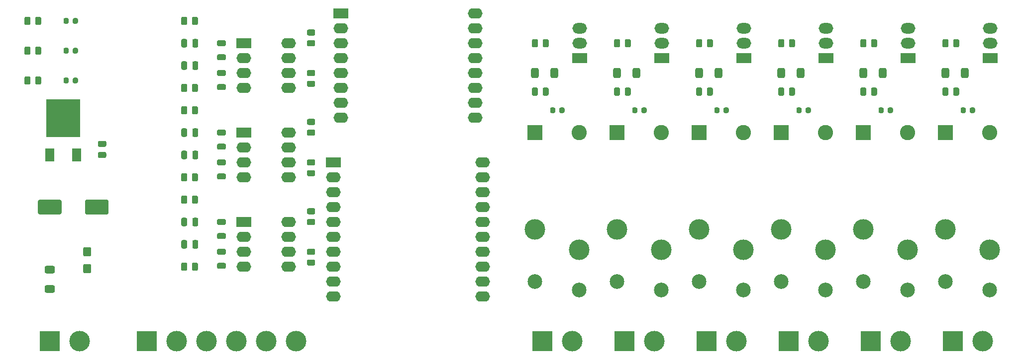
<source format=gbr>
G04 #@! TF.GenerationSoftware,KiCad,Pcbnew,(5.1.10)-1*
G04 #@! TF.CreationDate,2021-10-04T14:19:23-03:00*
G04 #@! TF.ProjectId,ESP-relay_6ch,4553502d-7265-46c6-9179-5f3663682e6b,rev?*
G04 #@! TF.SameCoordinates,Original*
G04 #@! TF.FileFunction,Soldermask,Top*
G04 #@! TF.FilePolarity,Negative*
%FSLAX46Y46*%
G04 Gerber Fmt 4.6, Leading zero omitted, Abs format (unit mm)*
G04 Created by KiCad (PCBNEW (5.1.10)-1) date 2021-10-04 14:19:23*
%MOMM*%
%LPD*%
G01*
G04 APERTURE LIST*
%ADD10C,3.500000*%
%ADD11R,3.500000X3.500000*%
%ADD12C,2.600000*%
%ADD13R,2.600000X2.600000*%
%ADD14O,2.500000X1.750000*%
%ADD15R,2.500000X1.750000*%
%ADD16C,2.500000*%
%ADD17R,2.500000X1.800000*%
%ADD18O,2.500000X1.800000*%
%ADD19R,5.800000X6.400000*%
%ADD20R,1.600000X2.200000*%
G04 APERTURE END LIST*
G04 #@! TO.C,D1*
G36*
G01*
X71840000Y-113650000D02*
X72940000Y-113650000D01*
G75*
G02*
X73265000Y-113975000I0J-325000D01*
G01*
X73265000Y-114625000D01*
G75*
G02*
X72940000Y-114950000I-325000J0D01*
G01*
X71840000Y-114950000D01*
G75*
G02*
X71515000Y-114625000I0J325000D01*
G01*
X71515000Y-113975000D01*
G75*
G02*
X71840000Y-113650000I325000J0D01*
G01*
G37*
G36*
G01*
X71840000Y-110350000D02*
X72940000Y-110350000D01*
G75*
G02*
X73265000Y-110675000I0J-325000D01*
G01*
X73265000Y-111325000D01*
G75*
G02*
X72940000Y-111650000I-325000J0D01*
G01*
X71840000Y-111650000D01*
G75*
G02*
X71515000Y-111325000I0J325000D01*
G01*
X71515000Y-110675000D01*
G75*
G02*
X71840000Y-110350000I325000J0D01*
G01*
G37*
G04 #@! TD*
G04 #@! TO.C,R17*
G36*
G01*
X154427500Y-81095002D02*
X154427500Y-80194998D01*
G75*
G02*
X154677498Y-79945000I249998J0D01*
G01*
X155202502Y-79945000D01*
G75*
G02*
X155452500Y-80194998I0J-249998D01*
G01*
X155452500Y-81095002D01*
G75*
G02*
X155202502Y-81345000I-249998J0D01*
G01*
X154677498Y-81345000D01*
G75*
G02*
X154427500Y-81095002I0J249998D01*
G01*
G37*
G36*
G01*
X156252500Y-81095002D02*
X156252500Y-80194998D01*
G75*
G02*
X156502498Y-79945000I249998J0D01*
G01*
X157027502Y-79945000D01*
G75*
G02*
X157277500Y-80194998I0J-249998D01*
G01*
X157277500Y-81095002D01*
G75*
G02*
X157027502Y-81345000I-249998J0D01*
G01*
X156502498Y-81345000D01*
G75*
G02*
X156252500Y-81095002I0J249998D01*
G01*
G37*
G04 #@! TD*
G04 #@! TO.C,R26*
G36*
G01*
X227127500Y-71939998D02*
X227127500Y-72840002D01*
G75*
G02*
X226877502Y-73090000I-249998J0D01*
G01*
X226352498Y-73090000D01*
G75*
G02*
X226102500Y-72840002I0J249998D01*
G01*
X226102500Y-71939998D01*
G75*
G02*
X226352498Y-71690000I249998J0D01*
G01*
X226877502Y-71690000D01*
G75*
G02*
X227127500Y-71939998I0J-249998D01*
G01*
G37*
G36*
G01*
X225302500Y-71939998D02*
X225302500Y-72840002D01*
G75*
G02*
X225052502Y-73090000I-249998J0D01*
G01*
X224527498Y-73090000D01*
G75*
G02*
X224277500Y-72840002I0J249998D01*
G01*
X224277500Y-71939998D01*
G75*
G02*
X224527498Y-71690000I249998J0D01*
G01*
X225052502Y-71690000D01*
G75*
G02*
X225302500Y-71939998I0J-249998D01*
G01*
G37*
G04 #@! TD*
G04 #@! TO.C,R24*
G36*
G01*
X213157500Y-71939998D02*
X213157500Y-72840002D01*
G75*
G02*
X212907502Y-73090000I-249998J0D01*
G01*
X212382498Y-73090000D01*
G75*
G02*
X212132500Y-72840002I0J249998D01*
G01*
X212132500Y-71939998D01*
G75*
G02*
X212382498Y-71690000I249998J0D01*
G01*
X212907502Y-71690000D01*
G75*
G02*
X213157500Y-71939998I0J-249998D01*
G01*
G37*
G36*
G01*
X211332500Y-71939998D02*
X211332500Y-72840002D01*
G75*
G02*
X211082502Y-73090000I-249998J0D01*
G01*
X210557498Y-73090000D01*
G75*
G02*
X210307500Y-72840002I0J249998D01*
G01*
X210307500Y-71939998D01*
G75*
G02*
X210557498Y-71690000I249998J0D01*
G01*
X211082502Y-71690000D01*
G75*
G02*
X211332500Y-71939998I0J-249998D01*
G01*
G37*
G04 #@! TD*
G04 #@! TO.C,R22*
G36*
G01*
X199187500Y-71939998D02*
X199187500Y-72840002D01*
G75*
G02*
X198937502Y-73090000I-249998J0D01*
G01*
X198412498Y-73090000D01*
G75*
G02*
X198162500Y-72840002I0J249998D01*
G01*
X198162500Y-71939998D01*
G75*
G02*
X198412498Y-71690000I249998J0D01*
G01*
X198937502Y-71690000D01*
G75*
G02*
X199187500Y-71939998I0J-249998D01*
G01*
G37*
G36*
G01*
X197362500Y-71939998D02*
X197362500Y-72840002D01*
G75*
G02*
X197112502Y-73090000I-249998J0D01*
G01*
X196587498Y-73090000D01*
G75*
G02*
X196337500Y-72840002I0J249998D01*
G01*
X196337500Y-71939998D01*
G75*
G02*
X196587498Y-71690000I249998J0D01*
G01*
X197112502Y-71690000D01*
G75*
G02*
X197362500Y-71939998I0J-249998D01*
G01*
G37*
G04 #@! TD*
G04 #@! TO.C,R20*
G36*
G01*
X185217500Y-71939998D02*
X185217500Y-72840002D01*
G75*
G02*
X184967502Y-73090000I-249998J0D01*
G01*
X184442498Y-73090000D01*
G75*
G02*
X184192500Y-72840002I0J249998D01*
G01*
X184192500Y-71939998D01*
G75*
G02*
X184442498Y-71690000I249998J0D01*
G01*
X184967502Y-71690000D01*
G75*
G02*
X185217500Y-71939998I0J-249998D01*
G01*
G37*
G36*
G01*
X183392500Y-71939998D02*
X183392500Y-72840002D01*
G75*
G02*
X183142502Y-73090000I-249998J0D01*
G01*
X182617498Y-73090000D01*
G75*
G02*
X182367500Y-72840002I0J249998D01*
G01*
X182367500Y-71939998D01*
G75*
G02*
X182617498Y-71690000I249998J0D01*
G01*
X183142502Y-71690000D01*
G75*
G02*
X183392500Y-71939998I0J-249998D01*
G01*
G37*
G04 #@! TD*
G04 #@! TO.C,R18*
G36*
G01*
X171247500Y-71939998D02*
X171247500Y-72840002D01*
G75*
G02*
X170997502Y-73090000I-249998J0D01*
G01*
X170472498Y-73090000D01*
G75*
G02*
X170222500Y-72840002I0J249998D01*
G01*
X170222500Y-71939998D01*
G75*
G02*
X170472498Y-71690000I249998J0D01*
G01*
X170997502Y-71690000D01*
G75*
G02*
X171247500Y-71939998I0J-249998D01*
G01*
G37*
G36*
G01*
X169422500Y-71939998D02*
X169422500Y-72840002D01*
G75*
G02*
X169172502Y-73090000I-249998J0D01*
G01*
X168647498Y-73090000D01*
G75*
G02*
X168397500Y-72840002I0J249998D01*
G01*
X168397500Y-71939998D01*
G75*
G02*
X168647498Y-71690000I249998J0D01*
G01*
X169172502Y-71690000D01*
G75*
G02*
X169422500Y-71939998I0J-249998D01*
G01*
G37*
G04 #@! TD*
G04 #@! TO.C,R16*
G36*
G01*
X157277500Y-71939998D02*
X157277500Y-72840002D01*
G75*
G02*
X157027502Y-73090000I-249998J0D01*
G01*
X156502498Y-73090000D01*
G75*
G02*
X156252500Y-72840002I0J249998D01*
G01*
X156252500Y-71939998D01*
G75*
G02*
X156502498Y-71690000I249998J0D01*
G01*
X157027502Y-71690000D01*
G75*
G02*
X157277500Y-71939998I0J-249998D01*
G01*
G37*
G36*
G01*
X155452500Y-71939998D02*
X155452500Y-72840002D01*
G75*
G02*
X155202502Y-73090000I-249998J0D01*
G01*
X154677498Y-73090000D01*
G75*
G02*
X154427500Y-72840002I0J249998D01*
G01*
X154427500Y-71939998D01*
G75*
G02*
X154677498Y-71690000I249998J0D01*
G01*
X155202502Y-71690000D01*
G75*
G02*
X155452500Y-71939998I0J-249998D01*
G01*
G37*
G04 #@! TD*
G04 #@! TO.C,R15*
G36*
G01*
X117290002Y-110287500D02*
X116389998Y-110287500D01*
G75*
G02*
X116140000Y-110037502I0J249998D01*
G01*
X116140000Y-109512498D01*
G75*
G02*
X116389998Y-109262500I249998J0D01*
G01*
X117290002Y-109262500D01*
G75*
G02*
X117540000Y-109512498I0J-249998D01*
G01*
X117540000Y-110037502D01*
G75*
G02*
X117290002Y-110287500I-249998J0D01*
G01*
G37*
G36*
G01*
X117290002Y-108462500D02*
X116389998Y-108462500D01*
G75*
G02*
X116140000Y-108212502I0J249998D01*
G01*
X116140000Y-107687498D01*
G75*
G02*
X116389998Y-107437500I249998J0D01*
G01*
X117290002Y-107437500D01*
G75*
G02*
X117540000Y-107687498I0J-249998D01*
G01*
X117540000Y-108212502D01*
G75*
G02*
X117290002Y-108462500I-249998J0D01*
G01*
G37*
G04 #@! TD*
G04 #@! TO.C,R14*
G36*
G01*
X97587500Y-110039998D02*
X97587500Y-110940002D01*
G75*
G02*
X97337502Y-111190000I-249998J0D01*
G01*
X96812498Y-111190000D01*
G75*
G02*
X96562500Y-110940002I0J249998D01*
G01*
X96562500Y-110039998D01*
G75*
G02*
X96812498Y-109790000I249998J0D01*
G01*
X97337502Y-109790000D01*
G75*
G02*
X97587500Y-110039998I0J-249998D01*
G01*
G37*
G36*
G01*
X95762500Y-110039998D02*
X95762500Y-110940002D01*
G75*
G02*
X95512502Y-111190000I-249998J0D01*
G01*
X94987498Y-111190000D01*
G75*
G02*
X94737500Y-110940002I0J249998D01*
G01*
X94737500Y-110039998D01*
G75*
G02*
X94987498Y-109790000I249998J0D01*
G01*
X95512502Y-109790000D01*
G75*
G02*
X95762500Y-110039998I0J-249998D01*
G01*
G37*
G04 #@! TD*
G04 #@! TO.C,R13*
G36*
G01*
X116389998Y-100532500D02*
X117290002Y-100532500D01*
G75*
G02*
X117540000Y-100782498I0J-249998D01*
G01*
X117540000Y-101307502D01*
G75*
G02*
X117290002Y-101557500I-249998J0D01*
G01*
X116389998Y-101557500D01*
G75*
G02*
X116140000Y-101307502I0J249998D01*
G01*
X116140000Y-100782498D01*
G75*
G02*
X116389998Y-100532500I249998J0D01*
G01*
G37*
G36*
G01*
X116389998Y-102357500D02*
X117290002Y-102357500D01*
G75*
G02*
X117540000Y-102607498I0J-249998D01*
G01*
X117540000Y-103132502D01*
G75*
G02*
X117290002Y-103382500I-249998J0D01*
G01*
X116389998Y-103382500D01*
G75*
G02*
X116140000Y-103132502I0J249998D01*
G01*
X116140000Y-102607498D01*
G75*
G02*
X116389998Y-102357500I249998J0D01*
G01*
G37*
G04 #@! TD*
G04 #@! TO.C,R12*
G36*
G01*
X97587500Y-98609998D02*
X97587500Y-99510002D01*
G75*
G02*
X97337502Y-99760000I-249998J0D01*
G01*
X96812498Y-99760000D01*
G75*
G02*
X96562500Y-99510002I0J249998D01*
G01*
X96562500Y-98609998D01*
G75*
G02*
X96812498Y-98360000I249998J0D01*
G01*
X97337502Y-98360000D01*
G75*
G02*
X97587500Y-98609998I0J-249998D01*
G01*
G37*
G36*
G01*
X95762500Y-98609998D02*
X95762500Y-99510002D01*
G75*
G02*
X95512502Y-99760000I-249998J0D01*
G01*
X94987498Y-99760000D01*
G75*
G02*
X94737500Y-99510002I0J249998D01*
G01*
X94737500Y-98609998D01*
G75*
G02*
X94987498Y-98360000I249998J0D01*
G01*
X95512502Y-98360000D01*
G75*
G02*
X95762500Y-98609998I0J-249998D01*
G01*
G37*
G04 #@! TD*
G04 #@! TO.C,R11*
G36*
G01*
X117290002Y-95047500D02*
X116389998Y-95047500D01*
G75*
G02*
X116140000Y-94797502I0J249998D01*
G01*
X116140000Y-94272498D01*
G75*
G02*
X116389998Y-94022500I249998J0D01*
G01*
X117290002Y-94022500D01*
G75*
G02*
X117540000Y-94272498I0J-249998D01*
G01*
X117540000Y-94797502D01*
G75*
G02*
X117290002Y-95047500I-249998J0D01*
G01*
G37*
G36*
G01*
X117290002Y-93222500D02*
X116389998Y-93222500D01*
G75*
G02*
X116140000Y-92972502I0J249998D01*
G01*
X116140000Y-92447498D01*
G75*
G02*
X116389998Y-92197500I249998J0D01*
G01*
X117290002Y-92197500D01*
G75*
G02*
X117540000Y-92447498I0J-249998D01*
G01*
X117540000Y-92972502D01*
G75*
G02*
X117290002Y-93222500I-249998J0D01*
G01*
G37*
G04 #@! TD*
G04 #@! TO.C,R10*
G36*
G01*
X97587500Y-94799998D02*
X97587500Y-95700002D01*
G75*
G02*
X97337502Y-95950000I-249998J0D01*
G01*
X96812498Y-95950000D01*
G75*
G02*
X96562500Y-95700002I0J249998D01*
G01*
X96562500Y-94799998D01*
G75*
G02*
X96812498Y-94550000I249998J0D01*
G01*
X97337502Y-94550000D01*
G75*
G02*
X97587500Y-94799998I0J-249998D01*
G01*
G37*
G36*
G01*
X95762500Y-94799998D02*
X95762500Y-95700002D01*
G75*
G02*
X95512502Y-95950000I-249998J0D01*
G01*
X94987498Y-95950000D01*
G75*
G02*
X94737500Y-95700002I0J249998D01*
G01*
X94737500Y-94799998D01*
G75*
G02*
X94987498Y-94550000I249998J0D01*
G01*
X95512502Y-94550000D01*
G75*
G02*
X95762500Y-94799998I0J-249998D01*
G01*
G37*
G04 #@! TD*
G04 #@! TO.C,R9*
G36*
G01*
X116389998Y-85292500D02*
X117290002Y-85292500D01*
G75*
G02*
X117540000Y-85542498I0J-249998D01*
G01*
X117540000Y-86067502D01*
G75*
G02*
X117290002Y-86317500I-249998J0D01*
G01*
X116389998Y-86317500D01*
G75*
G02*
X116140000Y-86067502I0J249998D01*
G01*
X116140000Y-85542498D01*
G75*
G02*
X116389998Y-85292500I249998J0D01*
G01*
G37*
G36*
G01*
X116389998Y-87117500D02*
X117290002Y-87117500D01*
G75*
G02*
X117540000Y-87367498I0J-249998D01*
G01*
X117540000Y-87892502D01*
G75*
G02*
X117290002Y-88142500I-249998J0D01*
G01*
X116389998Y-88142500D01*
G75*
G02*
X116140000Y-87892502I0J249998D01*
G01*
X116140000Y-87367498D01*
G75*
G02*
X116389998Y-87117500I249998J0D01*
G01*
G37*
G04 #@! TD*
G04 #@! TO.C,R8*
G36*
G01*
X97587500Y-83369998D02*
X97587500Y-84270002D01*
G75*
G02*
X97337502Y-84520000I-249998J0D01*
G01*
X96812498Y-84520000D01*
G75*
G02*
X96562500Y-84270002I0J249998D01*
G01*
X96562500Y-83369998D01*
G75*
G02*
X96812498Y-83120000I249998J0D01*
G01*
X97337502Y-83120000D01*
G75*
G02*
X97587500Y-83369998I0J-249998D01*
G01*
G37*
G36*
G01*
X95762500Y-83369998D02*
X95762500Y-84270002D01*
G75*
G02*
X95512502Y-84520000I-249998J0D01*
G01*
X94987498Y-84520000D01*
G75*
G02*
X94737500Y-84270002I0J249998D01*
G01*
X94737500Y-83369998D01*
G75*
G02*
X94987498Y-83120000I249998J0D01*
G01*
X95512502Y-83120000D01*
G75*
G02*
X95762500Y-83369998I0J-249998D01*
G01*
G37*
G04 #@! TD*
G04 #@! TO.C,R7*
G36*
G01*
X117290002Y-79807500D02*
X116389998Y-79807500D01*
G75*
G02*
X116140000Y-79557502I0J249998D01*
G01*
X116140000Y-79032498D01*
G75*
G02*
X116389998Y-78782500I249998J0D01*
G01*
X117290002Y-78782500D01*
G75*
G02*
X117540000Y-79032498I0J-249998D01*
G01*
X117540000Y-79557502D01*
G75*
G02*
X117290002Y-79807500I-249998J0D01*
G01*
G37*
G36*
G01*
X117290002Y-77982500D02*
X116389998Y-77982500D01*
G75*
G02*
X116140000Y-77732502I0J249998D01*
G01*
X116140000Y-77207498D01*
G75*
G02*
X116389998Y-76957500I249998J0D01*
G01*
X117290002Y-76957500D01*
G75*
G02*
X117540000Y-77207498I0J-249998D01*
G01*
X117540000Y-77732502D01*
G75*
G02*
X117290002Y-77982500I-249998J0D01*
G01*
G37*
G04 #@! TD*
G04 #@! TO.C,R6*
G36*
G01*
X97587500Y-79559998D02*
X97587500Y-80460002D01*
G75*
G02*
X97337502Y-80710000I-249998J0D01*
G01*
X96812498Y-80710000D01*
G75*
G02*
X96562500Y-80460002I0J249998D01*
G01*
X96562500Y-79559998D01*
G75*
G02*
X96812498Y-79310000I249998J0D01*
G01*
X97337502Y-79310000D01*
G75*
G02*
X97587500Y-79559998I0J-249998D01*
G01*
G37*
G36*
G01*
X95762500Y-79559998D02*
X95762500Y-80460002D01*
G75*
G02*
X95512502Y-80710000I-249998J0D01*
G01*
X94987498Y-80710000D01*
G75*
G02*
X94737500Y-80460002I0J249998D01*
G01*
X94737500Y-79559998D01*
G75*
G02*
X94987498Y-79310000I249998J0D01*
G01*
X95512502Y-79310000D01*
G75*
G02*
X95762500Y-79559998I0J-249998D01*
G01*
G37*
G04 #@! TD*
G04 #@! TO.C,R5*
G36*
G01*
X116389998Y-70052500D02*
X117290002Y-70052500D01*
G75*
G02*
X117540000Y-70302498I0J-249998D01*
G01*
X117540000Y-70827502D01*
G75*
G02*
X117290002Y-71077500I-249998J0D01*
G01*
X116389998Y-71077500D01*
G75*
G02*
X116140000Y-70827502I0J249998D01*
G01*
X116140000Y-70302498D01*
G75*
G02*
X116389998Y-70052500I249998J0D01*
G01*
G37*
G36*
G01*
X116389998Y-71877500D02*
X117290002Y-71877500D01*
G75*
G02*
X117540000Y-72127498I0J-249998D01*
G01*
X117540000Y-72652502D01*
G75*
G02*
X117290002Y-72902500I-249998J0D01*
G01*
X116389998Y-72902500D01*
G75*
G02*
X116140000Y-72652502I0J249998D01*
G01*
X116140000Y-72127498D01*
G75*
G02*
X116389998Y-71877500I249998J0D01*
G01*
G37*
G04 #@! TD*
G04 #@! TO.C,R4*
G36*
G01*
X97587500Y-68129998D02*
X97587500Y-69030002D01*
G75*
G02*
X97337502Y-69280000I-249998J0D01*
G01*
X96812498Y-69280000D01*
G75*
G02*
X96562500Y-69030002I0J249998D01*
G01*
X96562500Y-68129998D01*
G75*
G02*
X96812498Y-67880000I249998J0D01*
G01*
X97337502Y-67880000D01*
G75*
G02*
X97587500Y-68129998I0J-249998D01*
G01*
G37*
G36*
G01*
X95762500Y-68129998D02*
X95762500Y-69030002D01*
G75*
G02*
X95512502Y-69280000I-249998J0D01*
G01*
X94987498Y-69280000D01*
G75*
G02*
X94737500Y-69030002I0J249998D01*
G01*
X94737500Y-68129998D01*
G75*
G02*
X94987498Y-67880000I249998J0D01*
G01*
X95512502Y-67880000D01*
G75*
G02*
X95762500Y-68129998I0J-249998D01*
G01*
G37*
G04 #@! TD*
G04 #@! TO.C,R3*
G36*
G01*
X68067500Y-74110002D02*
X68067500Y-73209998D01*
G75*
G02*
X68317498Y-72960000I249998J0D01*
G01*
X68842502Y-72960000D01*
G75*
G02*
X69092500Y-73209998I0J-249998D01*
G01*
X69092500Y-74110002D01*
G75*
G02*
X68842502Y-74360000I-249998J0D01*
G01*
X68317498Y-74360000D01*
G75*
G02*
X68067500Y-74110002I0J249998D01*
G01*
G37*
G36*
G01*
X69892500Y-74110002D02*
X69892500Y-73209998D01*
G75*
G02*
X70142498Y-72960000I249998J0D01*
G01*
X70667502Y-72960000D01*
G75*
G02*
X70917500Y-73209998I0J-249998D01*
G01*
X70917500Y-74110002D01*
G75*
G02*
X70667502Y-74360000I-249998J0D01*
G01*
X70142498Y-74360000D01*
G75*
G02*
X69892500Y-74110002I0J249998D01*
G01*
G37*
G04 #@! TD*
G04 #@! TO.C,R2*
G36*
G01*
X68067500Y-79190002D02*
X68067500Y-78289998D01*
G75*
G02*
X68317498Y-78040000I249998J0D01*
G01*
X68842502Y-78040000D01*
G75*
G02*
X69092500Y-78289998I0J-249998D01*
G01*
X69092500Y-79190002D01*
G75*
G02*
X68842502Y-79440000I-249998J0D01*
G01*
X68317498Y-79440000D01*
G75*
G02*
X68067500Y-79190002I0J249998D01*
G01*
G37*
G36*
G01*
X69892500Y-79190002D02*
X69892500Y-78289998D01*
G75*
G02*
X70142498Y-78040000I249998J0D01*
G01*
X70667502Y-78040000D01*
G75*
G02*
X70917500Y-78289998I0J-249998D01*
G01*
X70917500Y-79190002D01*
G75*
G02*
X70667502Y-79440000I-249998J0D01*
G01*
X70142498Y-79440000D01*
G75*
G02*
X69892500Y-79190002I0J249998D01*
G01*
G37*
G04 #@! TD*
G04 #@! TO.C,R1*
G36*
G01*
X68067500Y-69030002D02*
X68067500Y-68129998D01*
G75*
G02*
X68317498Y-67880000I249998J0D01*
G01*
X68842502Y-67880000D01*
G75*
G02*
X69092500Y-68129998I0J-249998D01*
G01*
X69092500Y-69030002D01*
G75*
G02*
X68842502Y-69280000I-249998J0D01*
G01*
X68317498Y-69280000D01*
G75*
G02*
X68067500Y-69030002I0J249998D01*
G01*
G37*
G36*
G01*
X69892500Y-69030002D02*
X69892500Y-68129998D01*
G75*
G02*
X70142498Y-67880000I249998J0D01*
G01*
X70667502Y-67880000D01*
G75*
G02*
X70917500Y-68129998I0J-249998D01*
G01*
X70917500Y-69030002D01*
G75*
G02*
X70667502Y-69280000I-249998J0D01*
G01*
X70142498Y-69280000D01*
G75*
G02*
X69892500Y-69030002I0J249998D01*
G01*
G37*
G04 #@! TD*
D10*
G04 #@! TO.C,J2*
X114300000Y-123190000D03*
X109220000Y-123190000D03*
X104140000Y-123190000D03*
X99060000Y-123190000D03*
X93980000Y-123190000D03*
D11*
X88900000Y-123190000D03*
G04 #@! TD*
D12*
G04 #@! TO.C,K1*
X162440000Y-87630000D03*
D10*
X162440000Y-107630000D03*
X154940000Y-104130000D03*
D13*
X154940000Y-87630000D03*
G04 #@! TD*
D14*
G04 #@! TO.C,U3*
X144780000Y-67310000D03*
X144780000Y-69850000D03*
X144780000Y-72390000D03*
X144780000Y-74930000D03*
X144780000Y-77470000D03*
X144780000Y-80010000D03*
X144780000Y-82550000D03*
X144780000Y-85090000D03*
X121920000Y-85090000D03*
X121920000Y-82550000D03*
X121920000Y-80010000D03*
X121920000Y-77470000D03*
X121920000Y-74930000D03*
X121920000Y-72390000D03*
D15*
X121920000Y-67310000D03*
D14*
X121920000Y-69850000D03*
G04 #@! TD*
D16*
G04 #@! TO.C,RV1*
X162440000Y-114430000D03*
X154940000Y-113030000D03*
G04 #@! TD*
D11*
G04 #@! TO.C,J3*
X156210000Y-123190000D03*
D10*
X161290000Y-123190000D03*
G04 #@! TD*
D11*
G04 #@! TO.C,J1*
X72390000Y-123190000D03*
D10*
X77470000Y-123190000D03*
G04 #@! TD*
D14*
G04 #@! TO.C,U2*
X146050000Y-100330000D03*
X146050000Y-97790000D03*
X120650000Y-115570000D03*
X120650000Y-113030000D03*
X146050000Y-102870000D03*
X146050000Y-105410000D03*
X146050000Y-107950000D03*
X146050000Y-110490000D03*
X146050000Y-113030000D03*
X146050000Y-115570000D03*
X146050000Y-92710000D03*
X146050000Y-95250000D03*
X120650000Y-110490000D03*
X120650000Y-107950000D03*
X120650000Y-105410000D03*
X120650000Y-102870000D03*
X120650000Y-100330000D03*
X120650000Y-97790000D03*
D15*
X120650000Y-92710000D03*
D14*
X120650000Y-95250000D03*
G04 #@! TD*
D11*
G04 #@! TO.C,J4*
X170180000Y-123190000D03*
D10*
X175260000Y-123190000D03*
G04 #@! TD*
D11*
G04 #@! TO.C,J5*
X184150000Y-123190000D03*
D10*
X189230000Y-123190000D03*
G04 #@! TD*
D11*
G04 #@! TO.C,J6*
X198120000Y-123190000D03*
D10*
X203200000Y-123190000D03*
G04 #@! TD*
D11*
G04 #@! TO.C,J7*
X212090000Y-123190000D03*
D10*
X217170000Y-123190000D03*
G04 #@! TD*
D11*
G04 #@! TO.C,J8*
X226060000Y-123190000D03*
D10*
X231140000Y-123190000D03*
G04 #@! TD*
D12*
G04 #@! TO.C,K2*
X176410000Y-87630000D03*
D10*
X176410000Y-107630000D03*
X168910000Y-104130000D03*
D13*
X168910000Y-87630000D03*
G04 #@! TD*
D12*
G04 #@! TO.C,K3*
X190380000Y-87630000D03*
D10*
X190380000Y-107630000D03*
X182880000Y-104130000D03*
D13*
X182880000Y-87630000D03*
G04 #@! TD*
D12*
G04 #@! TO.C,K4*
X204350000Y-87630000D03*
D10*
X204350000Y-107630000D03*
X196850000Y-104130000D03*
D13*
X196850000Y-87630000D03*
G04 #@! TD*
D12*
G04 #@! TO.C,K5*
X218320000Y-87630000D03*
D10*
X218320000Y-107630000D03*
X210820000Y-104130000D03*
D13*
X210820000Y-87630000D03*
G04 #@! TD*
D12*
G04 #@! TO.C,K6*
X232290000Y-87630000D03*
D10*
X232290000Y-107630000D03*
X224790000Y-104130000D03*
D13*
X224790000Y-87630000D03*
G04 #@! TD*
D16*
G04 #@! TO.C,RV2*
X176410000Y-114430000D03*
X168910000Y-113030000D03*
G04 #@! TD*
G04 #@! TO.C,RV3*
X190380000Y-114430000D03*
X182880000Y-113030000D03*
G04 #@! TD*
G04 #@! TO.C,RV4*
X204350000Y-114430000D03*
X196850000Y-113030000D03*
G04 #@! TD*
G04 #@! TO.C,RV5*
X218320000Y-114430000D03*
X210820000Y-113030000D03*
G04 #@! TD*
G04 #@! TO.C,RV6*
X232290000Y-114430000D03*
X224790000Y-113030000D03*
G04 #@! TD*
G04 #@! TO.C,C1*
G36*
G01*
X70390000Y-101330000D02*
X70390000Y-99330000D01*
G75*
G02*
X70640000Y-99080000I250000J0D01*
G01*
X74140000Y-99080000D01*
G75*
G02*
X74390000Y-99330000I0J-250000D01*
G01*
X74390000Y-101330000D01*
G75*
G02*
X74140000Y-101580000I-250000J0D01*
G01*
X70640000Y-101580000D01*
G75*
G02*
X70390000Y-101330000I0J250000D01*
G01*
G37*
G36*
G01*
X78390000Y-101330000D02*
X78390000Y-99330000D01*
G75*
G02*
X78640000Y-99080000I250000J0D01*
G01*
X82140000Y-99080000D01*
G75*
G02*
X82390000Y-99330000I0J-250000D01*
G01*
X82390000Y-101330000D01*
G75*
G02*
X82140000Y-101580000I-250000J0D01*
G01*
X78640000Y-101580000D01*
G75*
G02*
X78390000Y-101330000I0J250000D01*
G01*
G37*
G04 #@! TD*
G04 #@! TO.C,D5*
G36*
G01*
X102100000Y-72890000D02*
X101100000Y-72890000D01*
G75*
G02*
X100850000Y-72640000I0J250000D01*
G01*
X100850000Y-72140000D01*
G75*
G02*
X101100000Y-71890000I250000J0D01*
G01*
X102100000Y-71890000D01*
G75*
G02*
X102350000Y-72140000I0J-250000D01*
G01*
X102350000Y-72640000D01*
G75*
G02*
X102100000Y-72890000I-250000J0D01*
G01*
G37*
G36*
G01*
X102100000Y-75290000D02*
X101100000Y-75290000D01*
G75*
G02*
X100850000Y-75040000I0J250000D01*
G01*
X100850000Y-74540000D01*
G75*
G02*
X101100000Y-74290000I250000J0D01*
G01*
X102100000Y-74290000D01*
G75*
G02*
X102350000Y-74540000I0J-250000D01*
G01*
X102350000Y-75040000D01*
G75*
G02*
X102100000Y-75290000I-250000J0D01*
G01*
G37*
G04 #@! TD*
G04 #@! TO.C,D6*
G36*
G01*
X102100000Y-80370000D02*
X101100000Y-80370000D01*
G75*
G02*
X100850000Y-80120000I0J250000D01*
G01*
X100850000Y-79620000D01*
G75*
G02*
X101100000Y-79370000I250000J0D01*
G01*
X102100000Y-79370000D01*
G75*
G02*
X102350000Y-79620000I0J-250000D01*
G01*
X102350000Y-80120000D01*
G75*
G02*
X102100000Y-80370000I-250000J0D01*
G01*
G37*
G36*
G01*
X102100000Y-77970000D02*
X101100000Y-77970000D01*
G75*
G02*
X100850000Y-77720000I0J250000D01*
G01*
X100850000Y-77220000D01*
G75*
G02*
X101100000Y-76970000I250000J0D01*
G01*
X102100000Y-76970000D01*
G75*
G02*
X102350000Y-77220000I0J-250000D01*
G01*
X102350000Y-77720000D01*
G75*
G02*
X102100000Y-77970000I-250000J0D01*
G01*
G37*
G04 #@! TD*
G04 #@! TO.C,D7*
G36*
G01*
X102100000Y-90530000D02*
X101100000Y-90530000D01*
G75*
G02*
X100850000Y-90280000I0J250000D01*
G01*
X100850000Y-89780000D01*
G75*
G02*
X101100000Y-89530000I250000J0D01*
G01*
X102100000Y-89530000D01*
G75*
G02*
X102350000Y-89780000I0J-250000D01*
G01*
X102350000Y-90280000D01*
G75*
G02*
X102100000Y-90530000I-250000J0D01*
G01*
G37*
G36*
G01*
X102100000Y-88130000D02*
X101100000Y-88130000D01*
G75*
G02*
X100850000Y-87880000I0J250000D01*
G01*
X100850000Y-87380000D01*
G75*
G02*
X101100000Y-87130000I250000J0D01*
G01*
X102100000Y-87130000D01*
G75*
G02*
X102350000Y-87380000I0J-250000D01*
G01*
X102350000Y-87880000D01*
G75*
G02*
X102100000Y-88130000I-250000J0D01*
G01*
G37*
G04 #@! TD*
G04 #@! TO.C,D8*
G36*
G01*
X102100000Y-93210000D02*
X101100000Y-93210000D01*
G75*
G02*
X100850000Y-92960000I0J250000D01*
G01*
X100850000Y-92460000D01*
G75*
G02*
X101100000Y-92210000I250000J0D01*
G01*
X102100000Y-92210000D01*
G75*
G02*
X102350000Y-92460000I0J-250000D01*
G01*
X102350000Y-92960000D01*
G75*
G02*
X102100000Y-93210000I-250000J0D01*
G01*
G37*
G36*
G01*
X102100000Y-95610000D02*
X101100000Y-95610000D01*
G75*
G02*
X100850000Y-95360000I0J250000D01*
G01*
X100850000Y-94860000D01*
G75*
G02*
X101100000Y-94610000I250000J0D01*
G01*
X102100000Y-94610000D01*
G75*
G02*
X102350000Y-94860000I0J-250000D01*
G01*
X102350000Y-95360000D01*
G75*
G02*
X102100000Y-95610000I-250000J0D01*
G01*
G37*
G04 #@! TD*
G04 #@! TO.C,D9*
G36*
G01*
X102100000Y-105770000D02*
X101100000Y-105770000D01*
G75*
G02*
X100850000Y-105520000I0J250000D01*
G01*
X100850000Y-105020000D01*
G75*
G02*
X101100000Y-104770000I250000J0D01*
G01*
X102100000Y-104770000D01*
G75*
G02*
X102350000Y-105020000I0J-250000D01*
G01*
X102350000Y-105520000D01*
G75*
G02*
X102100000Y-105770000I-250000J0D01*
G01*
G37*
G36*
G01*
X102100000Y-103370000D02*
X101100000Y-103370000D01*
G75*
G02*
X100850000Y-103120000I0J250000D01*
G01*
X100850000Y-102620000D01*
G75*
G02*
X101100000Y-102370000I250000J0D01*
G01*
X102100000Y-102370000D01*
G75*
G02*
X102350000Y-102620000I0J-250000D01*
G01*
X102350000Y-103120000D01*
G75*
G02*
X102100000Y-103370000I-250000J0D01*
G01*
G37*
G04 #@! TD*
G04 #@! TO.C,D10*
G36*
G01*
X102100000Y-108450000D02*
X101100000Y-108450000D01*
G75*
G02*
X100850000Y-108200000I0J250000D01*
G01*
X100850000Y-107700000D01*
G75*
G02*
X101100000Y-107450000I250000J0D01*
G01*
X102100000Y-107450000D01*
G75*
G02*
X102350000Y-107700000I0J-250000D01*
G01*
X102350000Y-108200000D01*
G75*
G02*
X102100000Y-108450000I-250000J0D01*
G01*
G37*
G36*
G01*
X102100000Y-110850000D02*
X101100000Y-110850000D01*
G75*
G02*
X100850000Y-110600000I0J250000D01*
G01*
X100850000Y-110100000D01*
G75*
G02*
X101100000Y-109850000I250000J0D01*
G01*
X102100000Y-109850000D01*
G75*
G02*
X102350000Y-110100000I0J-250000D01*
G01*
X102350000Y-110600000D01*
G75*
G02*
X102100000Y-110850000I-250000J0D01*
G01*
G37*
G04 #@! TD*
G04 #@! TO.C,D12*
G36*
G01*
X154290000Y-78020000D02*
X154290000Y-76920000D01*
G75*
G02*
X154615000Y-76595000I325000J0D01*
G01*
X155265000Y-76595000D01*
G75*
G02*
X155590000Y-76920000I0J-325000D01*
G01*
X155590000Y-78020000D01*
G75*
G02*
X155265000Y-78345000I-325000J0D01*
G01*
X154615000Y-78345000D01*
G75*
G02*
X154290000Y-78020000I0J325000D01*
G01*
G37*
G36*
G01*
X157590000Y-78020000D02*
X157590000Y-76920000D01*
G75*
G02*
X157915000Y-76595000I325000J0D01*
G01*
X158565000Y-76595000D01*
G75*
G02*
X158890000Y-76920000I0J-325000D01*
G01*
X158890000Y-78020000D01*
G75*
G02*
X158565000Y-78345000I-325000J0D01*
G01*
X157915000Y-78345000D01*
G75*
G02*
X157590000Y-78020000I0J325000D01*
G01*
G37*
G04 #@! TD*
D17*
G04 #@! TO.C,Q1*
X162560000Y-74930000D03*
D18*
X162560000Y-69850000D03*
X162560000Y-72390000D03*
G04 #@! TD*
G04 #@! TO.C,Q2*
X176530000Y-72390000D03*
X176530000Y-69850000D03*
D17*
X176530000Y-74930000D03*
G04 #@! TD*
D18*
G04 #@! TO.C,Q3*
X190500000Y-72390000D03*
X190500000Y-69850000D03*
D17*
X190500000Y-74930000D03*
G04 #@! TD*
G04 #@! TO.C,Q4*
X204470000Y-74930000D03*
D18*
X204470000Y-69850000D03*
X204470000Y-72390000D03*
G04 #@! TD*
G04 #@! TO.C,Q5*
X218440000Y-72390000D03*
X218440000Y-69850000D03*
D17*
X218440000Y-74930000D03*
G04 #@! TD*
G04 #@! TO.C,Q6*
X232410000Y-74930000D03*
D18*
X232410000Y-69850000D03*
X232410000Y-72390000D03*
G04 #@! TD*
D19*
G04 #@! TO.C,U1*
X74670000Y-85140000D03*
D20*
X76950000Y-91440000D03*
X72390000Y-91440000D03*
G04 #@! TD*
D15*
G04 #@! TO.C,U4*
X105410000Y-72390000D03*
D14*
X113030000Y-80010000D03*
X105410000Y-74930000D03*
X113030000Y-77470000D03*
X105410000Y-77470000D03*
X113030000Y-74930000D03*
X105410000Y-80010000D03*
X113030000Y-72390000D03*
G04 #@! TD*
G04 #@! TO.C,U5*
X113030000Y-87630000D03*
X105410000Y-95250000D03*
X113030000Y-90170000D03*
X105410000Y-92710000D03*
X113030000Y-92710000D03*
X105410000Y-90170000D03*
X113030000Y-95250000D03*
D15*
X105410000Y-87630000D03*
G04 #@! TD*
G04 #@! TO.C,U6*
X105410000Y-102870000D03*
D14*
X113030000Y-110490000D03*
X105410000Y-105410000D03*
X113030000Y-107950000D03*
X105410000Y-107950000D03*
X113030000Y-105410000D03*
X105410000Y-110490000D03*
X113030000Y-102870000D03*
G04 #@! TD*
G04 #@! TO.C,C2*
G36*
G01*
X79165001Y-108737500D02*
X78314999Y-108737500D01*
G75*
G02*
X78065000Y-108487501I0J249999D01*
G01*
X78065000Y-107412499D01*
G75*
G02*
X78314999Y-107162500I249999J0D01*
G01*
X79165001Y-107162500D01*
G75*
G02*
X79415000Y-107412499I0J-249999D01*
G01*
X79415000Y-108487501D01*
G75*
G02*
X79165001Y-108737500I-249999J0D01*
G01*
G37*
G36*
G01*
X79165001Y-111612500D02*
X78314999Y-111612500D01*
G75*
G02*
X78065000Y-111362501I0J249999D01*
G01*
X78065000Y-110287499D01*
G75*
G02*
X78314999Y-110037500I249999J0D01*
G01*
X79165001Y-110037500D01*
G75*
G02*
X79415000Y-110287499I0J-249999D01*
G01*
X79415000Y-111362501D01*
G75*
G02*
X79165001Y-111612500I-249999J0D01*
G01*
G37*
G04 #@! TD*
G04 #@! TO.C,C3*
G36*
G01*
X81755000Y-90040000D02*
X80805000Y-90040000D01*
G75*
G02*
X80555000Y-89790000I0J250000D01*
G01*
X80555000Y-89290000D01*
G75*
G02*
X80805000Y-89040000I250000J0D01*
G01*
X81755000Y-89040000D01*
G75*
G02*
X82005000Y-89290000I0J-250000D01*
G01*
X82005000Y-89790000D01*
G75*
G02*
X81755000Y-90040000I-250000J0D01*
G01*
G37*
G36*
G01*
X81755000Y-91940000D02*
X80805000Y-91940000D01*
G75*
G02*
X80555000Y-91690000I0J250000D01*
G01*
X80555000Y-91190000D01*
G75*
G02*
X80805000Y-90940000I250000J0D01*
G01*
X81755000Y-90940000D01*
G75*
G02*
X82005000Y-91190000I0J-250000D01*
G01*
X82005000Y-91690000D01*
G75*
G02*
X81755000Y-91940000I-250000J0D01*
G01*
G37*
G04 #@! TD*
G04 #@! TO.C,C4*
G36*
G01*
X95750000Y-71915000D02*
X95750000Y-72865000D01*
G75*
G02*
X95500000Y-73115000I-250000J0D01*
G01*
X95000000Y-73115000D01*
G75*
G02*
X94750000Y-72865000I0J250000D01*
G01*
X94750000Y-71915000D01*
G75*
G02*
X95000000Y-71665000I250000J0D01*
G01*
X95500000Y-71665000D01*
G75*
G02*
X95750000Y-71915000I0J-250000D01*
G01*
G37*
G36*
G01*
X97650000Y-71915000D02*
X97650000Y-72865000D01*
G75*
G02*
X97400000Y-73115000I-250000J0D01*
G01*
X96900000Y-73115000D01*
G75*
G02*
X96650000Y-72865000I0J250000D01*
G01*
X96650000Y-71915000D01*
G75*
G02*
X96900000Y-71665000I250000J0D01*
G01*
X97400000Y-71665000D01*
G75*
G02*
X97650000Y-71915000I0J-250000D01*
G01*
G37*
G04 #@! TD*
G04 #@! TO.C,C5*
G36*
G01*
X97650000Y-75725000D02*
X97650000Y-76675000D01*
G75*
G02*
X97400000Y-76925000I-250000J0D01*
G01*
X96900000Y-76925000D01*
G75*
G02*
X96650000Y-76675000I0J250000D01*
G01*
X96650000Y-75725000D01*
G75*
G02*
X96900000Y-75475000I250000J0D01*
G01*
X97400000Y-75475000D01*
G75*
G02*
X97650000Y-75725000I0J-250000D01*
G01*
G37*
G36*
G01*
X95750000Y-75725000D02*
X95750000Y-76675000D01*
G75*
G02*
X95500000Y-76925000I-250000J0D01*
G01*
X95000000Y-76925000D01*
G75*
G02*
X94750000Y-76675000I0J250000D01*
G01*
X94750000Y-75725000D01*
G75*
G02*
X95000000Y-75475000I250000J0D01*
G01*
X95500000Y-75475000D01*
G75*
G02*
X95750000Y-75725000I0J-250000D01*
G01*
G37*
G04 #@! TD*
G04 #@! TO.C,C6*
G36*
G01*
X95750000Y-87155000D02*
X95750000Y-88105000D01*
G75*
G02*
X95500000Y-88355000I-250000J0D01*
G01*
X95000000Y-88355000D01*
G75*
G02*
X94750000Y-88105000I0J250000D01*
G01*
X94750000Y-87155000D01*
G75*
G02*
X95000000Y-86905000I250000J0D01*
G01*
X95500000Y-86905000D01*
G75*
G02*
X95750000Y-87155000I0J-250000D01*
G01*
G37*
G36*
G01*
X97650000Y-87155000D02*
X97650000Y-88105000D01*
G75*
G02*
X97400000Y-88355000I-250000J0D01*
G01*
X96900000Y-88355000D01*
G75*
G02*
X96650000Y-88105000I0J250000D01*
G01*
X96650000Y-87155000D01*
G75*
G02*
X96900000Y-86905000I250000J0D01*
G01*
X97400000Y-86905000D01*
G75*
G02*
X97650000Y-87155000I0J-250000D01*
G01*
G37*
G04 #@! TD*
G04 #@! TO.C,C7*
G36*
G01*
X97650000Y-90965000D02*
X97650000Y-91915000D01*
G75*
G02*
X97400000Y-92165000I-250000J0D01*
G01*
X96900000Y-92165000D01*
G75*
G02*
X96650000Y-91915000I0J250000D01*
G01*
X96650000Y-90965000D01*
G75*
G02*
X96900000Y-90715000I250000J0D01*
G01*
X97400000Y-90715000D01*
G75*
G02*
X97650000Y-90965000I0J-250000D01*
G01*
G37*
G36*
G01*
X95750000Y-90965000D02*
X95750000Y-91915000D01*
G75*
G02*
X95500000Y-92165000I-250000J0D01*
G01*
X95000000Y-92165000D01*
G75*
G02*
X94750000Y-91915000I0J250000D01*
G01*
X94750000Y-90965000D01*
G75*
G02*
X95000000Y-90715000I250000J0D01*
G01*
X95500000Y-90715000D01*
G75*
G02*
X95750000Y-90965000I0J-250000D01*
G01*
G37*
G04 #@! TD*
G04 #@! TO.C,C8*
G36*
G01*
X95750000Y-102395000D02*
X95750000Y-103345000D01*
G75*
G02*
X95500000Y-103595000I-250000J0D01*
G01*
X95000000Y-103595000D01*
G75*
G02*
X94750000Y-103345000I0J250000D01*
G01*
X94750000Y-102395000D01*
G75*
G02*
X95000000Y-102145000I250000J0D01*
G01*
X95500000Y-102145000D01*
G75*
G02*
X95750000Y-102395000I0J-250000D01*
G01*
G37*
G36*
G01*
X97650000Y-102395000D02*
X97650000Y-103345000D01*
G75*
G02*
X97400000Y-103595000I-250000J0D01*
G01*
X96900000Y-103595000D01*
G75*
G02*
X96650000Y-103345000I0J250000D01*
G01*
X96650000Y-102395000D01*
G75*
G02*
X96900000Y-102145000I250000J0D01*
G01*
X97400000Y-102145000D01*
G75*
G02*
X97650000Y-102395000I0J-250000D01*
G01*
G37*
G04 #@! TD*
G04 #@! TO.C,C9*
G36*
G01*
X97650000Y-106205000D02*
X97650000Y-107155000D01*
G75*
G02*
X97400000Y-107405000I-250000J0D01*
G01*
X96900000Y-107405000D01*
G75*
G02*
X96650000Y-107155000I0J250000D01*
G01*
X96650000Y-106205000D01*
G75*
G02*
X96900000Y-105955000I250000J0D01*
G01*
X97400000Y-105955000D01*
G75*
G02*
X97650000Y-106205000I0J-250000D01*
G01*
G37*
G36*
G01*
X95750000Y-106205000D02*
X95750000Y-107155000D01*
G75*
G02*
X95500000Y-107405000I-250000J0D01*
G01*
X95000000Y-107405000D01*
G75*
G02*
X94750000Y-107155000I0J250000D01*
G01*
X94750000Y-106205000D01*
G75*
G02*
X95000000Y-105955000I250000J0D01*
G01*
X95500000Y-105955000D01*
G75*
G02*
X95750000Y-106205000I0J-250000D01*
G01*
G37*
G04 #@! TD*
G04 #@! TO.C,D2*
G36*
G01*
X77180000Y-68323750D02*
X77180000Y-68836250D01*
G75*
G02*
X76961250Y-69055000I-218750J0D01*
G01*
X76523750Y-69055000D01*
G75*
G02*
X76305000Y-68836250I0J218750D01*
G01*
X76305000Y-68323750D01*
G75*
G02*
X76523750Y-68105000I218750J0D01*
G01*
X76961250Y-68105000D01*
G75*
G02*
X77180000Y-68323750I0J-218750D01*
G01*
G37*
G36*
G01*
X75605000Y-68323750D02*
X75605000Y-68836250D01*
G75*
G02*
X75386250Y-69055000I-218750J0D01*
G01*
X74948750Y-69055000D01*
G75*
G02*
X74730000Y-68836250I0J218750D01*
G01*
X74730000Y-68323750D01*
G75*
G02*
X74948750Y-68105000I218750J0D01*
G01*
X75386250Y-68105000D01*
G75*
G02*
X75605000Y-68323750I0J-218750D01*
G01*
G37*
G04 #@! TD*
G04 #@! TO.C,D3*
G36*
G01*
X75605000Y-78483750D02*
X75605000Y-78996250D01*
G75*
G02*
X75386250Y-79215000I-218750J0D01*
G01*
X74948750Y-79215000D01*
G75*
G02*
X74730000Y-78996250I0J218750D01*
G01*
X74730000Y-78483750D01*
G75*
G02*
X74948750Y-78265000I218750J0D01*
G01*
X75386250Y-78265000D01*
G75*
G02*
X75605000Y-78483750I0J-218750D01*
G01*
G37*
G36*
G01*
X77180000Y-78483750D02*
X77180000Y-78996250D01*
G75*
G02*
X76961250Y-79215000I-218750J0D01*
G01*
X76523750Y-79215000D01*
G75*
G02*
X76305000Y-78996250I0J218750D01*
G01*
X76305000Y-78483750D01*
G75*
G02*
X76523750Y-78265000I218750J0D01*
G01*
X76961250Y-78265000D01*
G75*
G02*
X77180000Y-78483750I0J-218750D01*
G01*
G37*
G04 #@! TD*
G04 #@! TO.C,D4*
G36*
G01*
X75605000Y-73403750D02*
X75605000Y-73916250D01*
G75*
G02*
X75386250Y-74135000I-218750J0D01*
G01*
X74948750Y-74135000D01*
G75*
G02*
X74730000Y-73916250I0J218750D01*
G01*
X74730000Y-73403750D01*
G75*
G02*
X74948750Y-73185000I218750J0D01*
G01*
X75386250Y-73185000D01*
G75*
G02*
X75605000Y-73403750I0J-218750D01*
G01*
G37*
G36*
G01*
X77180000Y-73403750D02*
X77180000Y-73916250D01*
G75*
G02*
X76961250Y-74135000I-218750J0D01*
G01*
X76523750Y-74135000D01*
G75*
G02*
X76305000Y-73916250I0J218750D01*
G01*
X76305000Y-73403750D01*
G75*
G02*
X76523750Y-73185000I218750J0D01*
G01*
X76961250Y-73185000D01*
G75*
G02*
X77180000Y-73403750I0J-218750D01*
G01*
G37*
G04 #@! TD*
G04 #@! TO.C,D11*
G36*
G01*
X159975000Y-83563750D02*
X159975000Y-84076250D01*
G75*
G02*
X159756250Y-84295000I-218750J0D01*
G01*
X159318750Y-84295000D01*
G75*
G02*
X159100000Y-84076250I0J218750D01*
G01*
X159100000Y-83563750D01*
G75*
G02*
X159318750Y-83345000I218750J0D01*
G01*
X159756250Y-83345000D01*
G75*
G02*
X159975000Y-83563750I0J-218750D01*
G01*
G37*
G36*
G01*
X158400000Y-83563750D02*
X158400000Y-84076250D01*
G75*
G02*
X158181250Y-84295000I-218750J0D01*
G01*
X157743750Y-84295000D01*
G75*
G02*
X157525000Y-84076250I0J218750D01*
G01*
X157525000Y-83563750D01*
G75*
G02*
X157743750Y-83345000I218750J0D01*
G01*
X158181250Y-83345000D01*
G75*
G02*
X158400000Y-83563750I0J-218750D01*
G01*
G37*
G04 #@! TD*
G04 #@! TO.C,D13*
G36*
G01*
X173945000Y-83563750D02*
X173945000Y-84076250D01*
G75*
G02*
X173726250Y-84295000I-218750J0D01*
G01*
X173288750Y-84295000D01*
G75*
G02*
X173070000Y-84076250I0J218750D01*
G01*
X173070000Y-83563750D01*
G75*
G02*
X173288750Y-83345000I218750J0D01*
G01*
X173726250Y-83345000D01*
G75*
G02*
X173945000Y-83563750I0J-218750D01*
G01*
G37*
G36*
G01*
X172370000Y-83563750D02*
X172370000Y-84076250D01*
G75*
G02*
X172151250Y-84295000I-218750J0D01*
G01*
X171713750Y-84295000D01*
G75*
G02*
X171495000Y-84076250I0J218750D01*
G01*
X171495000Y-83563750D01*
G75*
G02*
X171713750Y-83345000I218750J0D01*
G01*
X172151250Y-83345000D01*
G75*
G02*
X172370000Y-83563750I0J-218750D01*
G01*
G37*
G04 #@! TD*
G04 #@! TO.C,D14*
G36*
G01*
X168260000Y-78020000D02*
X168260000Y-76920000D01*
G75*
G02*
X168585000Y-76595000I325000J0D01*
G01*
X169235000Y-76595000D01*
G75*
G02*
X169560000Y-76920000I0J-325000D01*
G01*
X169560000Y-78020000D01*
G75*
G02*
X169235000Y-78345000I-325000J0D01*
G01*
X168585000Y-78345000D01*
G75*
G02*
X168260000Y-78020000I0J325000D01*
G01*
G37*
G36*
G01*
X171560000Y-78020000D02*
X171560000Y-76920000D01*
G75*
G02*
X171885000Y-76595000I325000J0D01*
G01*
X172535000Y-76595000D01*
G75*
G02*
X172860000Y-76920000I0J-325000D01*
G01*
X172860000Y-78020000D01*
G75*
G02*
X172535000Y-78345000I-325000J0D01*
G01*
X171885000Y-78345000D01*
G75*
G02*
X171560000Y-78020000I0J325000D01*
G01*
G37*
G04 #@! TD*
G04 #@! TO.C,D15*
G36*
G01*
X186340000Y-83563750D02*
X186340000Y-84076250D01*
G75*
G02*
X186121250Y-84295000I-218750J0D01*
G01*
X185683750Y-84295000D01*
G75*
G02*
X185465000Y-84076250I0J218750D01*
G01*
X185465000Y-83563750D01*
G75*
G02*
X185683750Y-83345000I218750J0D01*
G01*
X186121250Y-83345000D01*
G75*
G02*
X186340000Y-83563750I0J-218750D01*
G01*
G37*
G36*
G01*
X187915000Y-83563750D02*
X187915000Y-84076250D01*
G75*
G02*
X187696250Y-84295000I-218750J0D01*
G01*
X187258750Y-84295000D01*
G75*
G02*
X187040000Y-84076250I0J218750D01*
G01*
X187040000Y-83563750D01*
G75*
G02*
X187258750Y-83345000I218750J0D01*
G01*
X187696250Y-83345000D01*
G75*
G02*
X187915000Y-83563750I0J-218750D01*
G01*
G37*
G04 #@! TD*
G04 #@! TO.C,D16*
G36*
G01*
X185530000Y-78020000D02*
X185530000Y-76920000D01*
G75*
G02*
X185855000Y-76595000I325000J0D01*
G01*
X186505000Y-76595000D01*
G75*
G02*
X186830000Y-76920000I0J-325000D01*
G01*
X186830000Y-78020000D01*
G75*
G02*
X186505000Y-78345000I-325000J0D01*
G01*
X185855000Y-78345000D01*
G75*
G02*
X185530000Y-78020000I0J325000D01*
G01*
G37*
G36*
G01*
X182230000Y-78020000D02*
X182230000Y-76920000D01*
G75*
G02*
X182555000Y-76595000I325000J0D01*
G01*
X183205000Y-76595000D01*
G75*
G02*
X183530000Y-76920000I0J-325000D01*
G01*
X183530000Y-78020000D01*
G75*
G02*
X183205000Y-78345000I-325000J0D01*
G01*
X182555000Y-78345000D01*
G75*
G02*
X182230000Y-78020000I0J325000D01*
G01*
G37*
G04 #@! TD*
G04 #@! TO.C,D17*
G36*
G01*
X201885000Y-83563750D02*
X201885000Y-84076250D01*
G75*
G02*
X201666250Y-84295000I-218750J0D01*
G01*
X201228750Y-84295000D01*
G75*
G02*
X201010000Y-84076250I0J218750D01*
G01*
X201010000Y-83563750D01*
G75*
G02*
X201228750Y-83345000I218750J0D01*
G01*
X201666250Y-83345000D01*
G75*
G02*
X201885000Y-83563750I0J-218750D01*
G01*
G37*
G36*
G01*
X200310000Y-83563750D02*
X200310000Y-84076250D01*
G75*
G02*
X200091250Y-84295000I-218750J0D01*
G01*
X199653750Y-84295000D01*
G75*
G02*
X199435000Y-84076250I0J218750D01*
G01*
X199435000Y-83563750D01*
G75*
G02*
X199653750Y-83345000I218750J0D01*
G01*
X200091250Y-83345000D01*
G75*
G02*
X200310000Y-83563750I0J-218750D01*
G01*
G37*
G04 #@! TD*
G04 #@! TO.C,D18*
G36*
G01*
X196200000Y-78020000D02*
X196200000Y-76920000D01*
G75*
G02*
X196525000Y-76595000I325000J0D01*
G01*
X197175000Y-76595000D01*
G75*
G02*
X197500000Y-76920000I0J-325000D01*
G01*
X197500000Y-78020000D01*
G75*
G02*
X197175000Y-78345000I-325000J0D01*
G01*
X196525000Y-78345000D01*
G75*
G02*
X196200000Y-78020000I0J325000D01*
G01*
G37*
G36*
G01*
X199500000Y-78020000D02*
X199500000Y-76920000D01*
G75*
G02*
X199825000Y-76595000I325000J0D01*
G01*
X200475000Y-76595000D01*
G75*
G02*
X200800000Y-76920000I0J-325000D01*
G01*
X200800000Y-78020000D01*
G75*
G02*
X200475000Y-78345000I-325000J0D01*
G01*
X199825000Y-78345000D01*
G75*
G02*
X199500000Y-78020000I0J325000D01*
G01*
G37*
G04 #@! TD*
G04 #@! TO.C,D19*
G36*
G01*
X215855000Y-83563750D02*
X215855000Y-84076250D01*
G75*
G02*
X215636250Y-84295000I-218750J0D01*
G01*
X215198750Y-84295000D01*
G75*
G02*
X214980000Y-84076250I0J218750D01*
G01*
X214980000Y-83563750D01*
G75*
G02*
X215198750Y-83345000I218750J0D01*
G01*
X215636250Y-83345000D01*
G75*
G02*
X215855000Y-83563750I0J-218750D01*
G01*
G37*
G36*
G01*
X214280000Y-83563750D02*
X214280000Y-84076250D01*
G75*
G02*
X214061250Y-84295000I-218750J0D01*
G01*
X213623750Y-84295000D01*
G75*
G02*
X213405000Y-84076250I0J218750D01*
G01*
X213405000Y-83563750D01*
G75*
G02*
X213623750Y-83345000I218750J0D01*
G01*
X214061250Y-83345000D01*
G75*
G02*
X214280000Y-83563750I0J-218750D01*
G01*
G37*
G04 #@! TD*
G04 #@! TO.C,D20*
G36*
G01*
X210170000Y-78020000D02*
X210170000Y-76920000D01*
G75*
G02*
X210495000Y-76595000I325000J0D01*
G01*
X211145000Y-76595000D01*
G75*
G02*
X211470000Y-76920000I0J-325000D01*
G01*
X211470000Y-78020000D01*
G75*
G02*
X211145000Y-78345000I-325000J0D01*
G01*
X210495000Y-78345000D01*
G75*
G02*
X210170000Y-78020000I0J325000D01*
G01*
G37*
G36*
G01*
X213470000Y-78020000D02*
X213470000Y-76920000D01*
G75*
G02*
X213795000Y-76595000I325000J0D01*
G01*
X214445000Y-76595000D01*
G75*
G02*
X214770000Y-76920000I0J-325000D01*
G01*
X214770000Y-78020000D01*
G75*
G02*
X214445000Y-78345000I-325000J0D01*
G01*
X213795000Y-78345000D01*
G75*
G02*
X213470000Y-78020000I0J325000D01*
G01*
G37*
G04 #@! TD*
G04 #@! TO.C,D21*
G36*
G01*
X228250000Y-83563750D02*
X228250000Y-84076250D01*
G75*
G02*
X228031250Y-84295000I-218750J0D01*
G01*
X227593750Y-84295000D01*
G75*
G02*
X227375000Y-84076250I0J218750D01*
G01*
X227375000Y-83563750D01*
G75*
G02*
X227593750Y-83345000I218750J0D01*
G01*
X228031250Y-83345000D01*
G75*
G02*
X228250000Y-83563750I0J-218750D01*
G01*
G37*
G36*
G01*
X229825000Y-83563750D02*
X229825000Y-84076250D01*
G75*
G02*
X229606250Y-84295000I-218750J0D01*
G01*
X229168750Y-84295000D01*
G75*
G02*
X228950000Y-84076250I0J218750D01*
G01*
X228950000Y-83563750D01*
G75*
G02*
X229168750Y-83345000I218750J0D01*
G01*
X229606250Y-83345000D01*
G75*
G02*
X229825000Y-83563750I0J-218750D01*
G01*
G37*
G04 #@! TD*
G04 #@! TO.C,D22*
G36*
G01*
X227440000Y-78020000D02*
X227440000Y-76920000D01*
G75*
G02*
X227765000Y-76595000I325000J0D01*
G01*
X228415000Y-76595000D01*
G75*
G02*
X228740000Y-76920000I0J-325000D01*
G01*
X228740000Y-78020000D01*
G75*
G02*
X228415000Y-78345000I-325000J0D01*
G01*
X227765000Y-78345000D01*
G75*
G02*
X227440000Y-78020000I0J325000D01*
G01*
G37*
G36*
G01*
X224140000Y-78020000D02*
X224140000Y-76920000D01*
G75*
G02*
X224465000Y-76595000I325000J0D01*
G01*
X225115000Y-76595000D01*
G75*
G02*
X225440000Y-76920000I0J-325000D01*
G01*
X225440000Y-78020000D01*
G75*
G02*
X225115000Y-78345000I-325000J0D01*
G01*
X224465000Y-78345000D01*
G75*
G02*
X224140000Y-78020000I0J325000D01*
G01*
G37*
G04 #@! TD*
G04 #@! TO.C,R19*
G36*
G01*
X168397500Y-81095002D02*
X168397500Y-80194998D01*
G75*
G02*
X168647498Y-79945000I249998J0D01*
G01*
X169172502Y-79945000D01*
G75*
G02*
X169422500Y-80194998I0J-249998D01*
G01*
X169422500Y-81095002D01*
G75*
G02*
X169172502Y-81345000I-249998J0D01*
G01*
X168647498Y-81345000D01*
G75*
G02*
X168397500Y-81095002I0J249998D01*
G01*
G37*
G36*
G01*
X170222500Y-81095002D02*
X170222500Y-80194998D01*
G75*
G02*
X170472498Y-79945000I249998J0D01*
G01*
X170997502Y-79945000D01*
G75*
G02*
X171247500Y-80194998I0J-249998D01*
G01*
X171247500Y-81095002D01*
G75*
G02*
X170997502Y-81345000I-249998J0D01*
G01*
X170472498Y-81345000D01*
G75*
G02*
X170222500Y-81095002I0J249998D01*
G01*
G37*
G04 #@! TD*
G04 #@! TO.C,R21*
G36*
G01*
X184192500Y-81095002D02*
X184192500Y-80194998D01*
G75*
G02*
X184442498Y-79945000I249998J0D01*
G01*
X184967502Y-79945000D01*
G75*
G02*
X185217500Y-80194998I0J-249998D01*
G01*
X185217500Y-81095002D01*
G75*
G02*
X184967502Y-81345000I-249998J0D01*
G01*
X184442498Y-81345000D01*
G75*
G02*
X184192500Y-81095002I0J249998D01*
G01*
G37*
G36*
G01*
X182367500Y-81095002D02*
X182367500Y-80194998D01*
G75*
G02*
X182617498Y-79945000I249998J0D01*
G01*
X183142502Y-79945000D01*
G75*
G02*
X183392500Y-80194998I0J-249998D01*
G01*
X183392500Y-81095002D01*
G75*
G02*
X183142502Y-81345000I-249998J0D01*
G01*
X182617498Y-81345000D01*
G75*
G02*
X182367500Y-81095002I0J249998D01*
G01*
G37*
G04 #@! TD*
G04 #@! TO.C,R23*
G36*
G01*
X196337500Y-81095002D02*
X196337500Y-80194998D01*
G75*
G02*
X196587498Y-79945000I249998J0D01*
G01*
X197112502Y-79945000D01*
G75*
G02*
X197362500Y-80194998I0J-249998D01*
G01*
X197362500Y-81095002D01*
G75*
G02*
X197112502Y-81345000I-249998J0D01*
G01*
X196587498Y-81345000D01*
G75*
G02*
X196337500Y-81095002I0J249998D01*
G01*
G37*
G36*
G01*
X198162500Y-81095002D02*
X198162500Y-80194998D01*
G75*
G02*
X198412498Y-79945000I249998J0D01*
G01*
X198937502Y-79945000D01*
G75*
G02*
X199187500Y-80194998I0J-249998D01*
G01*
X199187500Y-81095002D01*
G75*
G02*
X198937502Y-81345000I-249998J0D01*
G01*
X198412498Y-81345000D01*
G75*
G02*
X198162500Y-81095002I0J249998D01*
G01*
G37*
G04 #@! TD*
G04 #@! TO.C,R25*
G36*
G01*
X212132500Y-81095002D02*
X212132500Y-80194998D01*
G75*
G02*
X212382498Y-79945000I249998J0D01*
G01*
X212907502Y-79945000D01*
G75*
G02*
X213157500Y-80194998I0J-249998D01*
G01*
X213157500Y-81095002D01*
G75*
G02*
X212907502Y-81345000I-249998J0D01*
G01*
X212382498Y-81345000D01*
G75*
G02*
X212132500Y-81095002I0J249998D01*
G01*
G37*
G36*
G01*
X210307500Y-81095002D02*
X210307500Y-80194998D01*
G75*
G02*
X210557498Y-79945000I249998J0D01*
G01*
X211082502Y-79945000D01*
G75*
G02*
X211332500Y-80194998I0J-249998D01*
G01*
X211332500Y-81095002D01*
G75*
G02*
X211082502Y-81345000I-249998J0D01*
G01*
X210557498Y-81345000D01*
G75*
G02*
X210307500Y-81095002I0J249998D01*
G01*
G37*
G04 #@! TD*
G04 #@! TO.C,R27*
G36*
G01*
X226102500Y-81095002D02*
X226102500Y-80194998D01*
G75*
G02*
X226352498Y-79945000I249998J0D01*
G01*
X226877502Y-79945000D01*
G75*
G02*
X227127500Y-80194998I0J-249998D01*
G01*
X227127500Y-81095002D01*
G75*
G02*
X226877502Y-81345000I-249998J0D01*
G01*
X226352498Y-81345000D01*
G75*
G02*
X226102500Y-81095002I0J249998D01*
G01*
G37*
G36*
G01*
X224277500Y-81095002D02*
X224277500Y-80194998D01*
G75*
G02*
X224527498Y-79945000I249998J0D01*
G01*
X225052502Y-79945000D01*
G75*
G02*
X225302500Y-80194998I0J-249998D01*
G01*
X225302500Y-81095002D01*
G75*
G02*
X225052502Y-81345000I-249998J0D01*
G01*
X224527498Y-81345000D01*
G75*
G02*
X224277500Y-81095002I0J249998D01*
G01*
G37*
G04 #@! TD*
M02*

</source>
